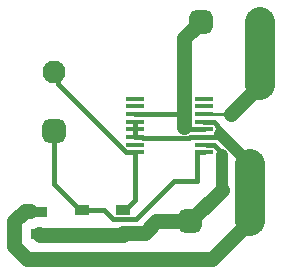
<source format=gtl>
G04*
G04 #@! TF.GenerationSoftware,Altium Limited,Altium Designer,24.9.1 (31)*
G04*
G04 Layer_Physical_Order=1*
G04 Layer_Color=255*
%FSLAX44Y44*%
%MOMM*%
G71*
G04*
G04 #@! TF.SameCoordinates,6FF1A4AC-1349-41AC-8DD2-F97DD9D855A8*
G04*
G04*
G04 #@! TF.FilePolarity,Positive*
G04*
G01*
G75*
%ADD11C,0.2540*%
%ADD14R,1.5000X0.4500*%
%ADD15R,1.4000X0.9500*%
%ADD16R,1.3000X0.9000*%
%ADD21C,0.3810*%
%ADD22C,1.2700*%
%ADD23C,1.0160*%
%ADD24C,2.5400*%
G04:AMPARAMS|DCode=25|XSize=1.95mm|YSize=1.95mm|CornerRadius=0.4875mm|HoleSize=0mm|Usage=FLASHONLY|Rotation=0.000|XOffset=0mm|YOffset=0mm|HoleType=Round|Shape=RoundedRectangle|*
%AMROUNDEDRECTD25*
21,1,1.9500,0.9750,0,0,0.0*
21,1,0.9750,1.9500,0,0,0.0*
1,1,0.9750,0.4875,-0.4875*
1,1,0.9750,-0.4875,-0.4875*
1,1,0.9750,-0.4875,0.4875*
1,1,0.9750,0.4875,0.4875*
%
%ADD25ROUNDEDRECTD25*%
%ADD26C,1.9500*%
G04:AMPARAMS|DCode=27|XSize=1.95mm|YSize=1.95mm|CornerRadius=0.4875mm|HoleSize=0mm|Usage=FLASHONLY|Rotation=90.000|XOffset=0mm|YOffset=0mm|HoleType=Round|Shape=RoundedRectangle|*
%AMROUNDEDRECTD27*
21,1,1.9500,0.9750,0,0,90.0*
21,1,0.9750,1.9500,0,0,90.0*
1,1,0.9750,0.4875,0.4875*
1,1,0.9750,0.4875,-0.4875*
1,1,0.9750,-0.4875,-0.4875*
1,1,0.9750,-0.4875,0.4875*
%
%ADD27ROUNDEDRECTD27*%
D11*
X171450Y137760D02*
X194190D01*
D14*
X113450Y150760D02*
D03*
Y144260D02*
D03*
Y137760D02*
D03*
Y131260D02*
D03*
Y124760D02*
D03*
Y118260D02*
D03*
Y111760D02*
D03*
Y105260D02*
D03*
X171450Y150760D02*
D03*
Y144260D02*
D03*
Y137760D02*
D03*
Y131260D02*
D03*
Y124760D02*
D03*
Y118260D02*
D03*
Y111760D02*
D03*
Y105260D02*
D03*
D15*
X31750Y54970D02*
D03*
Y36470D02*
D03*
D16*
X68580Y35220D02*
D03*
Y56220D02*
D03*
X102870Y35220D02*
D03*
Y56220D02*
D03*
D21*
X47492Y163478D02*
X105365Y105605D01*
X44490Y78310D02*
X66580Y56220D01*
X44490Y78310D02*
Y123590D01*
X66580Y56220D02*
X68580D01*
X105365Y105605D02*
X113105D01*
X44490Y173590D02*
X47492Y170588D01*
X113105Y105605D02*
X113450Y105260D01*
X47492Y163478D02*
Y170588D01*
X158885Y117467D02*
X159678Y118260D01*
X119493Y117467D02*
X158885D01*
X118700Y118260D02*
X119493Y117467D01*
X113450Y118260D02*
X118700D01*
X159678D02*
X171450D01*
X113450Y124760D02*
Y131260D01*
Y118260D02*
Y124760D01*
X146278Y80775D02*
X165855D01*
X114047Y48545D02*
X146278Y80775D01*
X94470Y48545D02*
X114047D01*
X86795Y56220D02*
X94470Y48545D01*
X68580Y56220D02*
X86795D01*
X102870D02*
X104870D01*
X113450Y64800D02*
Y105260D01*
X104870Y56220D02*
X113450Y64800D01*
X165855Y80775D02*
Y104915D01*
X166200Y105260D02*
X171450D01*
X165855Y104915D02*
X166200Y105260D01*
X173990Y111760D02*
X180340Y111760D01*
X182878Y109221D02*
X186690Y105410D01*
Y102870D02*
Y105410D01*
X180340Y111760D02*
X182878Y109221D01*
X171450Y118260D02*
X171600Y118110D01*
X183188D02*
X185420Y120342D01*
Y125030D01*
X171600Y118110D02*
X183188D01*
X179535Y130915D02*
X185420Y125030D01*
X171450Y131260D02*
X171795Y130915D01*
X179535D01*
X113450Y137760D02*
X154270D01*
X154940Y138430D01*
X157172Y124760D02*
X171450D01*
X154940Y126992D02*
X157172Y124760D01*
D22*
X10780Y47007D02*
X19653Y55880D01*
X10780Y25933D02*
Y47007D01*
X177930Y14900D02*
X210020Y46990D01*
X21813Y14900D02*
X177930D01*
X10780Y25933D02*
X21813Y14900D01*
X19653Y55880D02*
X24130D01*
X131220Y46990D02*
X160020D01*
X102870Y35220D02*
Y36920D01*
X121300Y37070D02*
X131220Y46990D01*
X102870Y36920D02*
X103020Y37070D01*
X121300D01*
X160020Y46990D02*
X186690Y73660D01*
X68580Y35220D02*
X102870D01*
X31750Y35870D02*
Y36470D01*
X32400Y35220D02*
X68580D01*
X31750Y35870D02*
X32400Y35220D01*
X154940Y138430D02*
Y201930D01*
Y126992D02*
Y138430D01*
Y201930D02*
X168910Y215900D01*
X194190Y137760D02*
X218910Y162480D01*
D23*
X186690Y73660D02*
Y102870D01*
X185420Y120342D02*
X210020Y95742D01*
D24*
Y46990D02*
Y95742D01*
X218910Y162480D02*
Y215900D01*
D25*
X168910D02*
D03*
X160020Y46990D02*
D03*
D26*
X218910Y215900D02*
D03*
X44490Y173590D02*
D03*
X210020Y46990D02*
D03*
D27*
X44490Y123590D02*
D03*
M02*

</source>
